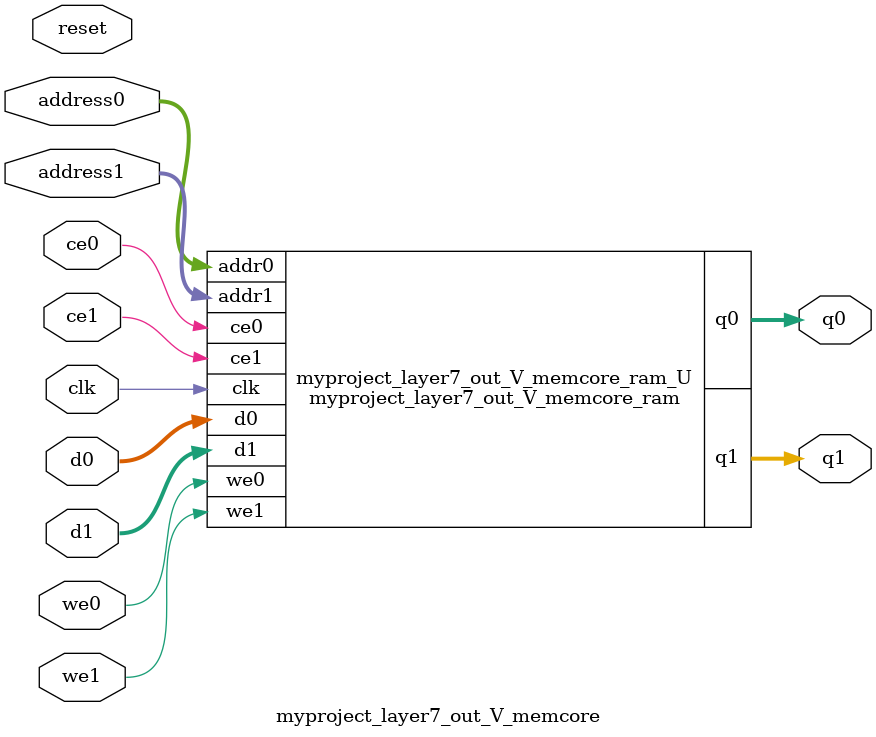
<source format=v>
`timescale 1 ns / 1 ps
module myproject_layer7_out_V_memcore_ram (addr0, ce0, d0, we0, q0, addr1, ce1, d1, we1, q1,  clk);

parameter DWIDTH = 14;
parameter AWIDTH = 13;
parameter MEM_SIZE = 5408;

input[AWIDTH-1:0] addr0;
input ce0;
input[DWIDTH-1:0] d0;
input we0;
output reg[DWIDTH-1:0] q0;
input[AWIDTH-1:0] addr1;
input ce1;
input[DWIDTH-1:0] d1;
input we1;
output reg[DWIDTH-1:0] q1;
input clk;

(* ram_style = "block" *)reg [DWIDTH-1:0] ram[0:MEM_SIZE-1];




always @(posedge clk)  
begin 
    if (ce0) 
    begin
        if (we0) 
        begin 
            ram[addr0] <= d0; 
        end 
        q0 <= ram[addr0];
    end
end


always @(posedge clk)  
begin 
    if (ce1) 
    begin
        if (we1) 
        begin 
            ram[addr1] <= d1; 
        end 
        q1 <= ram[addr1];
    end
end


endmodule

`timescale 1 ns / 1 ps
module myproject_layer7_out_V_memcore(
    reset,
    clk,
    address0,
    ce0,
    we0,
    d0,
    q0,
    address1,
    ce1,
    we1,
    d1,
    q1);

parameter DataWidth = 32'd14;
parameter AddressRange = 32'd5408;
parameter AddressWidth = 32'd13;
input reset;
input clk;
input[AddressWidth - 1:0] address0;
input ce0;
input we0;
input[DataWidth - 1:0] d0;
output[DataWidth - 1:0] q0;
input[AddressWidth - 1:0] address1;
input ce1;
input we1;
input[DataWidth - 1:0] d1;
output[DataWidth - 1:0] q1;



myproject_layer7_out_V_memcore_ram myproject_layer7_out_V_memcore_ram_U(
    .clk( clk ),
    .addr0( address0 ),
    .ce0( ce0 ),
    .we0( we0 ),
    .d0( d0 ),
    .q0( q0 ),
    .addr1( address1 ),
    .ce1( ce1 ),
    .we1( we1 ),
    .d1( d1 ),
    .q1( q1 ));

endmodule


</source>
